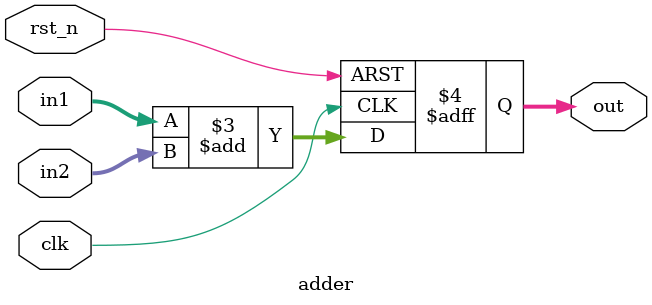
<source format=sv>
module adder(input clk, rst_n, input [7:0] in1, in2, output reg [8:0] out);
  always@(posedge clk or negedge rst_n) begin 
    if(!rst_n) out <= 0;
    else out <= in1 + in2;
  end
endmodule
</source>
